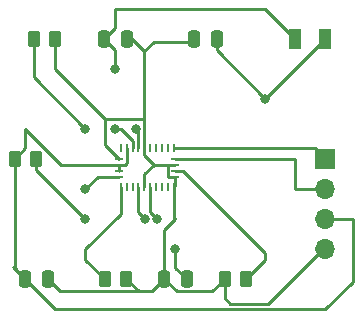
<source format=gbr>
%TF.GenerationSoftware,KiCad,Pcbnew,7.0.7*%
%TF.CreationDate,2023-10-19T21:28:01-04:00*%
%TF.ProjectId,BNO055,424e4f30-3535-42e6-9b69-6361645f7063,rev?*%
%TF.SameCoordinates,Original*%
%TF.FileFunction,Copper,L1,Top*%
%TF.FilePolarity,Positive*%
%FSLAX46Y46*%
G04 Gerber Fmt 4.6, Leading zero omitted, Abs format (unit mm)*
G04 Created by KiCad (PCBNEW 7.0.7) date 2023-10-19 21:28:01*
%MOMM*%
%LPD*%
G01*
G04 APERTURE LIST*
G04 Aperture macros list*
%AMRoundRect*
0 Rectangle with rounded corners*
0 $1 Rounding radius*
0 $2 $3 $4 $5 $6 $7 $8 $9 X,Y pos of 4 corners*
0 Add a 4 corners polygon primitive as box body*
4,1,4,$2,$3,$4,$5,$6,$7,$8,$9,$2,$3,0*
0 Add four circle primitives for the rounded corners*
1,1,$1+$1,$2,$3*
1,1,$1+$1,$4,$5*
1,1,$1+$1,$6,$7*
1,1,$1+$1,$8,$9*
0 Add four rect primitives between the rounded corners*
20,1,$1+$1,$2,$3,$4,$5,0*
20,1,$1+$1,$4,$5,$6,$7,0*
20,1,$1+$1,$6,$7,$8,$9,0*
20,1,$1+$1,$8,$9,$2,$3,0*%
G04 Aperture macros list end*
%TA.AperFunction,SMDPad,CuDef*%
%ADD10RoundRect,0.250000X0.250000X0.475000X-0.250000X0.475000X-0.250000X-0.475000X0.250000X-0.475000X0*%
%TD*%
%TA.AperFunction,SMDPad,CuDef*%
%ADD11RoundRect,0.250000X0.262500X0.450000X-0.262500X0.450000X-0.262500X-0.450000X0.262500X-0.450000X0*%
%TD*%
%TA.AperFunction,SMDPad,CuDef*%
%ADD12RoundRect,0.250000X-0.262500X-0.450000X0.262500X-0.450000X0.262500X0.450000X-0.262500X0.450000X0*%
%TD*%
%TA.AperFunction,SMDPad,CuDef*%
%ADD13R,1.000000X1.800000*%
%TD*%
%TA.AperFunction,SMDPad,CuDef*%
%ADD14R,0.254000X0.675000*%
%TD*%
%TA.AperFunction,SMDPad,CuDef*%
%ADD15R,0.675000X0.254000*%
%TD*%
%TA.AperFunction,ComponentPad*%
%ADD16R,1.700000X1.700000*%
%TD*%
%TA.AperFunction,ComponentPad*%
%ADD17O,1.700000X1.700000*%
%TD*%
%TA.AperFunction,ViaPad*%
%ADD18C,0.800000*%
%TD*%
%TA.AperFunction,Conductor*%
%ADD19C,0.250000*%
%TD*%
G04 APERTURE END LIST*
D10*
%TO.P,C3,1*%
%TO.N,GND*%
X143190000Y-86360000D03*
%TO.P,C3,2*%
%TO.N,Net-(U1-XIN32)*%
X141290000Y-86360000D03*
%TD*%
D11*
%TO.P,R4,1*%
%TO.N,Net-(U1-~{RESET})*%
X135532500Y-96520000D03*
%TO.P,R4,2*%
%TO.N,+3.3V*%
X133707500Y-96520000D03*
%TD*%
%TO.P,R2,1*%
%TO.N,GND*%
X137160000Y-86360000D03*
%TO.P,R2,2*%
%TO.N,Net-(U1-PS1)*%
X135335000Y-86360000D03*
%TD*%
D12*
%TO.P,R3,1*%
%TO.N,GND*%
X151487500Y-106680000D03*
%TO.P,R3,2*%
%TO.N,Net-(U1-COM3)*%
X153312500Y-106680000D03*
%TD*%
D13*
%TO.P,Y1,1,1*%
%TO.N,Net-(U1-XOUT32)*%
X159980000Y-86360000D03*
%TO.P,Y1,2,2*%
%TO.N,Net-(U1-XIN32)*%
X157480000Y-86360000D03*
%TD*%
D10*
%TO.P,C4,1*%
%TO.N,GND*%
X136520000Y-106680000D03*
%TO.P,C4,2*%
%TO.N,+3.3V*%
X134620000Y-106680000D03*
%TD*%
%TO.P,C2,1*%
%TO.N,Net-(U1-CAP)*%
X148270000Y-106680000D03*
%TO.P,C2,2*%
%TO.N,GND*%
X146370000Y-106680000D03*
%TD*%
%TO.P,C1,1*%
%TO.N,Net-(U1-XOUT32)*%
X150810000Y-86360000D03*
%TO.P,C1,2*%
%TO.N,GND*%
X148910000Y-86360000D03*
%TD*%
D14*
%TO.P,U1,1,PIN1*%
%TO.N,unconnected-(U1-PIN1-Pad1)*%
X142682500Y-95607500D03*
D15*
%TO.P,U1,2,GND*%
%TO.N,GND*%
X142545000Y-96520000D03*
%TO.P,U1,3,VDD*%
%TO.N,+3.3V*%
X142545000Y-97020000D03*
%TO.P,U1,4,~{BOOT_LOAD_PIN}*%
X142545000Y-97520000D03*
%TO.P,U1,5,PS1*%
%TO.N,Net-(U1-PS1)*%
X142545000Y-98020000D03*
D14*
%TO.P,U1,6,PS0*%
%TO.N,Net-(U1-PS0)*%
X142682500Y-98932500D03*
%TO.P,U1,7,PIN7*%
%TO.N,unconnected-(U1-PIN7-Pad7)*%
X143182500Y-98932500D03*
%TO.P,U1,8,PIN8*%
%TO.N,unconnected-(U1-PIN8-Pad8)*%
X143682500Y-98932500D03*
%TO.P,U1,9,CAP*%
%TO.N,Net-(U1-CAP)*%
X144182500Y-98932500D03*
%TO.P,U1,10,BL_IND*%
%TO.N,GND*%
X144682500Y-98932500D03*
%TO.P,U1,11,~{RESET}*%
%TO.N,Net-(U1-~{RESET})*%
X145182500Y-98932500D03*
%TO.P,U1,12,PIN12*%
%TO.N,unconnected-(U1-PIN12-Pad12)*%
X145682500Y-98932500D03*
%TO.P,U1,13,PIN13*%
%TO.N,unconnected-(U1-PIN13-Pad13)*%
X146182500Y-98932500D03*
%TO.P,U1,14,INT*%
%TO.N,unconnected-(U1-INT-Pad14)*%
X146682500Y-98932500D03*
%TO.P,U1,15,GNDIO*%
%TO.N,GND*%
X147182500Y-98932500D03*
D15*
%TO.P,U1,16,GNDIO*%
X147320000Y-98020000D03*
%TO.P,U1,17,COM3*%
%TO.N,Net-(U1-COM3)*%
X147320000Y-97520000D03*
%TO.P,U1,18,COM2*%
%TO.N,GND*%
X147320000Y-97020000D03*
%TO.P,U1,19,COM1*%
%TO.N,/SCL*%
X147320000Y-96520000D03*
D14*
%TO.P,U1,20,COM0*%
%TO.N,/SDA*%
X147182500Y-95607500D03*
%TO.P,U1,21,PIN21*%
%TO.N,unconnected-(U1-PIN21-Pad21)*%
X146682500Y-95607500D03*
%TO.P,U1,22,PIN22*%
%TO.N,unconnected-(U1-PIN22-Pad22)*%
X146182500Y-95607500D03*
%TO.P,U1,23,PIN23*%
%TO.N,unconnected-(U1-PIN23-Pad23)*%
X145682500Y-95607500D03*
%TO.P,U1,24,PIN24*%
%TO.N,unconnected-(U1-PIN24-Pad24)*%
X145182500Y-95607500D03*
%TO.P,U1,25,GNDIO*%
%TO.N,GND*%
X144682500Y-95607500D03*
%TO.P,U1,26,XOUT32*%
%TO.N,Net-(U1-XOUT32)*%
X144182500Y-95607500D03*
%TO.P,U1,27,XIN32*%
%TO.N,Net-(U1-XIN32)*%
X143682500Y-95607500D03*
%TO.P,U1,28,VDDIO*%
%TO.N,+3.3V*%
X143182500Y-95607500D03*
%TD*%
D16*
%TO.P,J2,1,Pin_1*%
%TO.N,/SDA*%
X160020000Y-96520000D03*
D17*
%TO.P,J2,2,Pin_2*%
%TO.N,/SCL*%
X160020000Y-99060000D03*
%TO.P,J2,3,Pin_3*%
%TO.N,+3.3V*%
X160020000Y-101600000D03*
%TO.P,J2,4,Pin_4*%
%TO.N,GND*%
X160020000Y-104140000D03*
%TD*%
D11*
%TO.P,R1,1*%
%TO.N,GND*%
X143152500Y-106680000D03*
%TO.P,R1,2*%
%TO.N,Net-(U1-PS0)*%
X141327500Y-106680000D03*
%TD*%
D18*
%TO.N,Net-(U1-XOUT32)*%
X143958000Y-93980000D03*
X154940000Y-91440000D03*
%TO.N,Net-(U1-CAP)*%
X147320000Y-104140000D03*
X144780000Y-101600000D03*
%TO.N,Net-(U1-XIN32)*%
X142240000Y-88900000D03*
X142240000Y-93980000D03*
%TO.N,Net-(U1-PS1)*%
X139700000Y-99060000D03*
X139700000Y-93980000D03*
%TO.N,Net-(U1-~{RESET})*%
X139700000Y-101600000D03*
X145792051Y-101587452D03*
%TD*%
D19*
%TO.N,Net-(U1-XOUT32)*%
X159980000Y-86360000D02*
X159980000Y-86400000D01*
X144182500Y-94204500D02*
X143958000Y-93980000D01*
X150810000Y-87310000D02*
X154940000Y-91440000D01*
X144182500Y-95607500D02*
X144182500Y-94204500D01*
X160020000Y-86360000D02*
X159980000Y-86360000D01*
X150810000Y-86360000D02*
X150810000Y-87310000D01*
X159980000Y-86400000D02*
X154940000Y-91440000D01*
%TO.N,GND*%
X147320000Y-101600000D02*
X147182500Y-101462500D01*
X147420000Y-107730000D02*
X146370000Y-106680000D01*
X137160000Y-88900000D02*
X137160000Y-86360000D01*
X146370000Y-106680000D02*
X146370000Y-102550000D01*
X150437500Y-107730000D02*
X147420000Y-107730000D01*
X146370000Y-102550000D02*
X147320000Y-101600000D01*
X160020000Y-103905305D02*
X159902652Y-104022653D01*
X148676060Y-86593940D02*
X145496060Y-86593940D01*
X146657500Y-97972000D02*
X146705500Y-98020000D01*
X146657500Y-97068000D02*
X146657500Y-97972000D01*
X151487500Y-108307500D02*
X151950000Y-108770000D01*
X143152500Y-106680000D02*
X144202500Y-107730000D01*
X143635000Y-86360000D02*
X144682500Y-87407500D01*
X155155305Y-108770000D02*
X159902653Y-104022652D01*
X146705500Y-98020000D02*
X147320000Y-98020000D01*
X146705500Y-97020000D02*
X146657500Y-97068000D01*
X141387500Y-93127500D02*
X144682500Y-93127500D01*
X151487500Y-106680000D02*
X150437500Y-107730000D01*
X141387500Y-95362500D02*
X141387500Y-93127500D01*
X147320000Y-97020000D02*
X146705500Y-97020000D01*
X144682500Y-96222000D02*
X145480500Y-97020000D01*
X147320000Y-98795000D02*
X147182500Y-98932500D01*
X142545000Y-96520000D02*
X141387500Y-95362500D01*
X144682500Y-93127500D02*
X144682500Y-95607500D01*
X144682500Y-95607500D02*
X144682500Y-96222000D01*
X147182500Y-101462500D02*
X147182500Y-98932500D01*
X151487500Y-106680000D02*
X151487500Y-108307500D01*
X137160000Y-88900000D02*
X141387500Y-93127500D01*
X145480500Y-97020000D02*
X147320000Y-97020000D01*
X145480500Y-97020000D02*
X144682500Y-97818000D01*
X145320000Y-107730000D02*
X146370000Y-106680000D01*
X151950000Y-108770000D02*
X155155305Y-108770000D01*
X145496060Y-86593940D02*
X144682500Y-87407500D01*
X136520000Y-106680000D02*
X137570000Y-107730000D01*
X144682500Y-87407500D02*
X144682500Y-93127500D01*
X143190000Y-86360000D02*
X143635000Y-86360000D01*
X144202500Y-107730000D02*
X145320000Y-107730000D01*
X147320000Y-98020000D02*
X147320000Y-98795000D01*
X148910000Y-86360000D02*
X148676060Y-86593940D01*
X137570000Y-107730000D02*
X145320000Y-107730000D01*
X144682500Y-97818000D02*
X144682500Y-98932500D01*
%TO.N,Net-(U1-CAP)*%
X147320000Y-105730000D02*
X147320000Y-104140000D01*
X148270000Y-106680000D02*
X147320000Y-105730000D01*
X144780000Y-101600000D02*
X144182500Y-101002500D01*
X144182500Y-101002500D02*
X144182500Y-98932500D01*
%TO.N,Net-(U1-XIN32)*%
X143682500Y-94993000D02*
X143682500Y-95607500D01*
X154940000Y-83820000D02*
X157480000Y-86360000D01*
X142240000Y-88900000D02*
X142240000Y-87310000D01*
X142240000Y-93980000D02*
X142669500Y-93980000D01*
X142669500Y-93980000D02*
X143682500Y-94993000D01*
X142240000Y-83820000D02*
X154940000Y-83820000D01*
X142240000Y-85410000D02*
X142240000Y-83820000D01*
X141290000Y-86360000D02*
X142240000Y-85410000D01*
X142240000Y-87310000D02*
X141290000Y-86360000D01*
%TO.N,+3.3V*%
X143182500Y-95607500D02*
X143207500Y-95632500D01*
X137160000Y-109220000D02*
X134620000Y-106680000D01*
X137660000Y-97020000D02*
X142545000Y-97020000D01*
X143207500Y-95632500D02*
X143207500Y-96857500D01*
X134620000Y-93980000D02*
X137660000Y-97020000D01*
X160020000Y-101600000D02*
X162341907Y-101600000D01*
X133707500Y-96520000D02*
X133707500Y-105767500D01*
X143207500Y-96857500D02*
X143045000Y-97020000D01*
X162326059Y-101615848D02*
X162326059Y-106913941D01*
X133707500Y-96520000D02*
X134620000Y-95607500D01*
X162326059Y-106913941D02*
X160020000Y-109220000D01*
X162341907Y-101600000D02*
X162326059Y-101615848D01*
X143045000Y-97020000D02*
X142545000Y-97020000D01*
X142545000Y-97020000D02*
X142545000Y-97520000D01*
X133707500Y-105767500D02*
X134620000Y-106680000D01*
X134620000Y-95607500D02*
X134620000Y-93980000D01*
X133595000Y-105655000D02*
X134620000Y-106680000D01*
X160020000Y-109220000D02*
X137160000Y-109220000D01*
%TO.N,/SDA*%
X147182500Y-95607500D02*
X159107500Y-95607500D01*
X159107500Y-95607500D02*
X160020000Y-96520000D01*
%TO.N,/SCL*%
X157480000Y-96520000D02*
X147320000Y-96520000D01*
X157480000Y-96520000D02*
X157480000Y-99060000D01*
X157480000Y-99060000D02*
X160020000Y-99060000D01*
%TO.N,Net-(U1-PS0)*%
X139700000Y-105052500D02*
X139700000Y-104140000D01*
X139700000Y-104140000D02*
X142682500Y-101157500D01*
X141327500Y-106680000D02*
X139700000Y-105052500D01*
X142682500Y-101157500D02*
X142682500Y-98932500D01*
%TO.N,Net-(U1-PS1)*%
X135335000Y-89615000D02*
X139700000Y-93980000D01*
X135335000Y-89615000D02*
X135335000Y-86360000D01*
X139700000Y-99060000D02*
X140740000Y-98020000D01*
X140740000Y-98020000D02*
X142545000Y-98020000D01*
%TO.N,Net-(U1-COM3)*%
X147934500Y-97520000D02*
X147320000Y-97520000D01*
X153312500Y-106680000D02*
X154940000Y-105052500D01*
X154940000Y-104525500D02*
X147934500Y-97520000D01*
X154940000Y-105052500D02*
X154940000Y-104525500D01*
%TO.N,Net-(U1-~{RESET})*%
X145182500Y-100977901D02*
X145182500Y-98932500D01*
X145792051Y-101587452D02*
X145182500Y-100977901D01*
X135532500Y-96520000D02*
X135532500Y-97432500D01*
X135532500Y-97432500D02*
X139700000Y-101600000D01*
%TD*%
M02*

</source>
